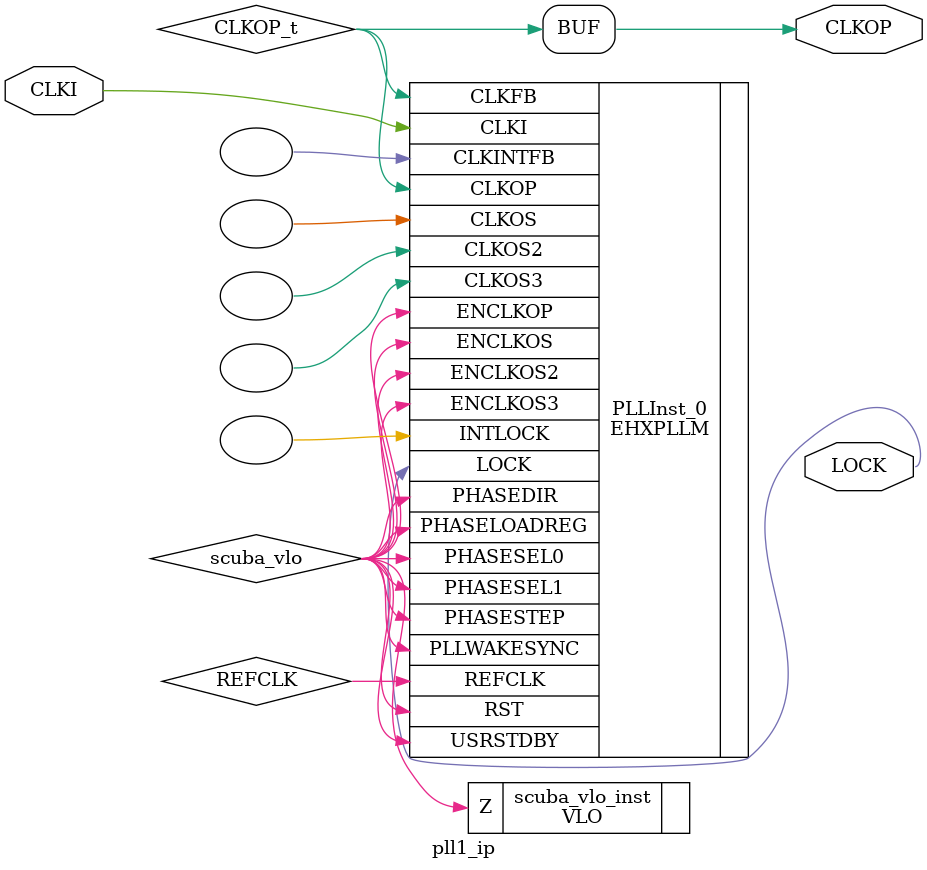
<source format=v>
/* Verilog netlist generated by SCUBA Diamond (64-bit) 3.12.0.240.2 */
/* Module Version: 5.7 */
/* C:\lscc\diamond\3.12\ispfpga\bin\nt64\scuba.exe -w -n pll1_ip -lang verilog -synth lse -bus_exp 7 -bb -arch sn5w00 -type pll -fin 83.33 -fclkop 83.33 -fclkop_tol 0.0 -phase_cntl STATIC -lock -fb_mode 1 -fdc C:/project_Files/U3Vision_Project/crosslink_U3v_Project/u3v_live_aud_nd_vid_explorer_des/pll1/pll1_ip/pll1_ip.fdc  */
/* Sat Nov 06 18:53:28 2021 */


`timescale 1 ns / 1 ps
module pll1_ip (CLKI, CLKOP, LOCK)/* synthesis NGD_DRC_MASK=1 */;
    input wire CLKI;
    output wire CLKOP;
    output wire LOCK;

    wire REFCLK;
    wire CLKOP_t;
    wire scuba_vhi;
    wire scuba_vlo;

    VHI scuba_vhi_inst (.Z(scuba_vhi));

    VLO scuba_vlo_inst (.Z(scuba_vlo));

    defparam PLLInst_0.PLLRST_ENA = "DISABLED" ;
    defparam PLLInst_0.INTFB_WAKE = "DISABLED" ;
    defparam PLLInst_0.STDBY_ENABLE = "DISABLED" ;
    defparam PLLInst_0.DPHASE_SOURCE = "DISABLED" ;
    defparam PLLInst_0.CLKOS3_FPHASE = 0 ;
    defparam PLLInst_0.CLKOS3_CPHASE = 0 ;
    defparam PLLInst_0.CLKOS2_FPHASE = 0 ;
    defparam PLLInst_0.CLKOS2_CPHASE = 0 ;
    defparam PLLInst_0.CLKOS_FPHASE = 0 ;
    defparam PLLInst_0.CLKOS_CPHASE = 0 ;
    defparam PLLInst_0.CLKOP_FPHASE = 0 ;
    defparam PLLInst_0.CLKOP_CPHASE = 10 ;
    defparam PLLInst_0.PLL_LOCK_MODE = 0 ;
    defparam PLLInst_0.CLKOS_TRIM_DELAY = 0 ;
    defparam PLLInst_0.CLKOS_TRIM_POL = "FALLING" ;
    defparam PLLInst_0.CLKOP_TRIM_DELAY = 0 ;
    defparam PLLInst_0.CLKOP_TRIM_POL = "FALLING" ;
    defparam PLLInst_0.OUTDIVIDER_MUXD = "DIVD" ;
    defparam PLLInst_0.CLKOS3_ENABLE = "DISABLED" ;
    defparam PLLInst_0.OUTDIVIDER_MUXC = "DIVC" ;
    defparam PLLInst_0.CLKOS2_ENABLE = "DISABLED" ;
    defparam PLLInst_0.OUTDIVIDER_MUXB = "DIVB" ;
    defparam PLLInst_0.CLKOS_ENABLE = "DISABLED" ;
    defparam PLLInst_0.OUTDIVIDER_MUXA = "DIVA" ;
    defparam PLLInst_0.CLKOP_ENABLE = "ENABLED" ;
    defparam PLLInst_0.CLKOS3_DIV = 1 ;
    defparam PLLInst_0.CLKOS2_DIV = 1 ;
    defparam PLLInst_0.CLKOS_DIV = 1 ;
    defparam PLLInst_0.CLKOP_DIV = 11 ;
    defparam PLLInst_0.CLKFB_DIV = 1 ;
    defparam PLLInst_0.CLKI_DIV = 1 ;
    defparam PLLInst_0.FEEDBK_PATH = "CLKOP" ;
    EHXPLLM PLLInst_0 (.CLKI(CLKI), .CLKFB(CLKOP_t), .PHASESEL1(scuba_vlo), 
        .PHASESEL0(scuba_vlo), .PHASEDIR(scuba_vlo), .PHASESTEP(scuba_vlo), 
        .PHASELOADREG(scuba_vlo), .USRSTDBY(scuba_vlo), .PLLWAKESYNC(scuba_vlo), 
        .RST(scuba_vlo), .ENCLKOP(scuba_vlo), .ENCLKOS(scuba_vlo), .ENCLKOS2(scuba_vlo), 
        .ENCLKOS3(scuba_vlo), .CLKOP(CLKOP_t), .CLKOS(), .CLKOS2(), .CLKOS3(), 
        .LOCK(LOCK), .INTLOCK(), .REFCLK(REFCLK), .CLKINTFB())
             /* synthesis FREQUENCY_PIN_CLKOP="83.330000" */
             /* synthesis FREQUENCY_PIN_CLKI="83.330000" */
             /* synthesis ICP_CURRENT="12" */
             /* synthesis LPF_RESISTOR="8" */;

    assign CLKOP = CLKOP_t;


    // exemplar begin
    // exemplar attribute PLLInst_0 FREQUENCY_PIN_CLKOP 83.330000
    // exemplar attribute PLLInst_0 FREQUENCY_PIN_CLKI 83.330000
    // exemplar attribute PLLInst_0 ICP_CURRENT 12
    // exemplar attribute PLLInst_0 LPF_RESISTOR 8
    // exemplar end

endmodule

</source>
